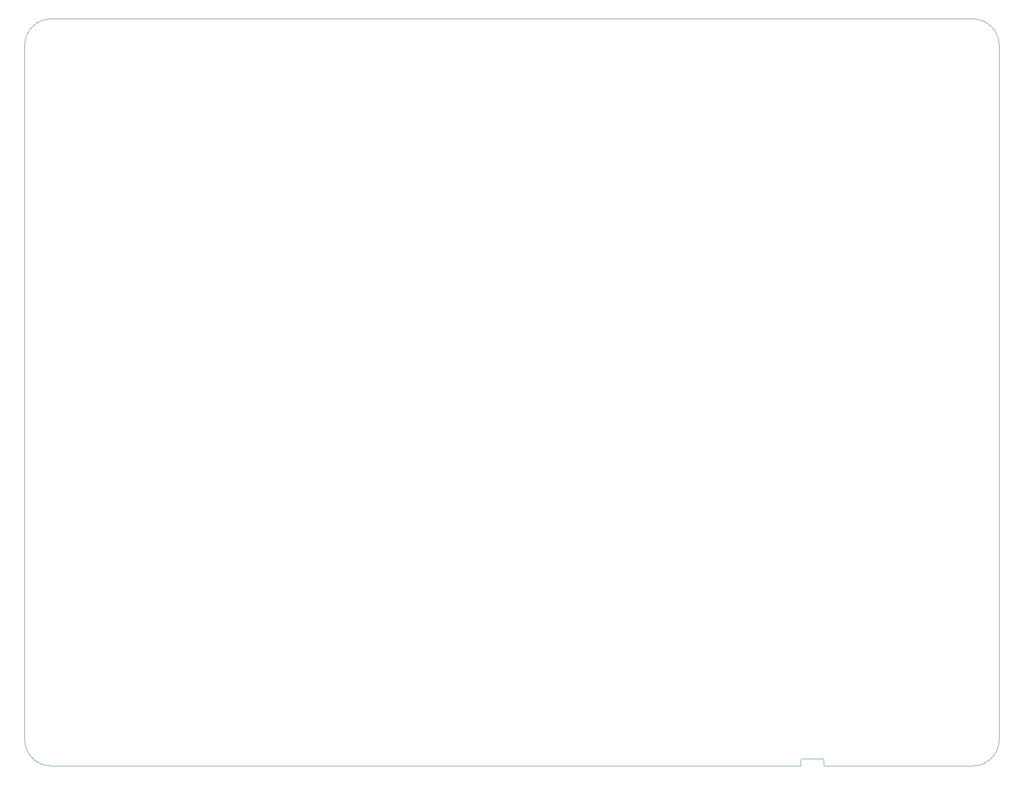
<source format=gbr>
%TF.GenerationSoftware,KiCad,Pcbnew,7.0.7*%
%TF.CreationDate,2023-08-30T11:58:42-04:00*%
%TF.ProjectId,Datta-OpenField-PCB,44617474-612d-44f7-9065-6e4669656c64,rev?*%
%TF.SameCoordinates,Original*%
%TF.FileFunction,Profile,NP*%
%FSLAX46Y46*%
G04 Gerber Fmt 4.6, Leading zero omitted, Abs format (unit mm)*
G04 Created by KiCad (PCBNEW 7.0.7) date 2023-08-30 11:58:42*
%MOMM*%
%LPD*%
G01*
G04 APERTURE LIST*
%TA.AperFunction,Profile*%
%ADD10C,0.101600*%
%TD*%
%TA.AperFunction,Profile*%
%ADD11C,0.120000*%
%TD*%
G04 APERTURE END LIST*
D10*
X176366809Y-165099120D02*
X38100000Y-165100000D01*
X38100000Y-22860000D02*
X213360000Y-22860000D01*
X218440000Y-27940000D02*
X218440000Y-160020000D01*
X33020000Y-160020000D02*
X33020000Y-27940000D01*
X213360000Y-165100000D02*
X189366809Y-165099120D01*
X213360000Y-165100000D02*
G75*
G03*
X218440000Y-160020000I0J5080000D01*
G01*
X218440000Y-27940000D02*
G75*
G03*
X213360000Y-22860000I-5080000J0D01*
G01*
X38100000Y-22860000D02*
G75*
G03*
X33020000Y-27940000I0J-5080000D01*
G01*
X33020000Y-160020000D02*
G75*
G03*
X38100000Y-165100000I5080000J0D01*
G01*
D11*
%TO.C,J19*%
X180666809Y-164099120D02*
X180666809Y-165099120D01*
X180666809Y-165099120D02*
X176366809Y-165099120D01*
X184666809Y-163699120D02*
X181066809Y-163699120D01*
X185066809Y-164099120D02*
X185066809Y-165099120D01*
X185066809Y-165099120D02*
X189366809Y-165099120D01*
X181066809Y-163699120D02*
G75*
G03*
X180666809Y-164099120I2J-400002D01*
G01*
X185066809Y-164099120D02*
G75*
G03*
X184666809Y-163699120I-400000J0D01*
G01*
%TD*%
M02*

</source>
